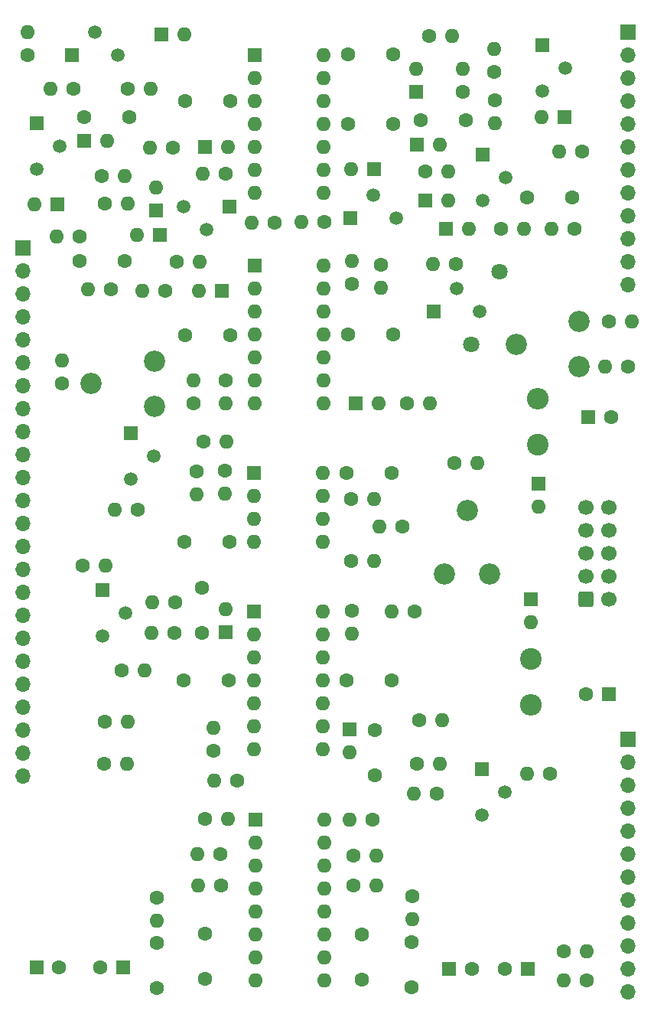
<source format=gbr>
%TF.GenerationSoftware,KiCad,Pcbnew,7.0.1-0*%
%TF.CreationDate,2024-01-26T10:08:16+13:00*%
%TF.ProjectId,MOL,4d4f4c2e-6b69-4636-9164-5f7063625858,rev?*%
%TF.SameCoordinates,Original*%
%TF.FileFunction,Soldermask,Bot*%
%TF.FilePolarity,Negative*%
%FSLAX46Y46*%
G04 Gerber Fmt 4.6, Leading zero omitted, Abs format (unit mm)*
G04 Created by KiCad (PCBNEW 7.0.1-0) date 2024-01-26 10:08:16*
%MOMM*%
%LPD*%
G01*
G04 APERTURE LIST*
G04 Aperture macros list*
%AMRoundRect*
0 Rectangle with rounded corners*
0 $1 Rounding radius*
0 $2 $3 $4 $5 $6 $7 $8 $9 X,Y pos of 4 corners*
0 Add a 4 corners polygon primitive as box body*
4,1,4,$2,$3,$4,$5,$6,$7,$8,$9,$2,$3,0*
0 Add four circle primitives for the rounded corners*
1,1,$1+$1,$2,$3*
1,1,$1+$1,$4,$5*
1,1,$1+$1,$6,$7*
1,1,$1+$1,$8,$9*
0 Add four rect primitives between the rounded corners*
20,1,$1+$1,$2,$3,$4,$5,0*
20,1,$1+$1,$4,$5,$6,$7,0*
20,1,$1+$1,$6,$7,$8,$9,0*
20,1,$1+$1,$8,$9,$2,$3,0*%
G04 Aperture macros list end*
%ADD10C,1.500000*%
%ADD11R,1.500000X1.500000*%
%ADD12O,1.600000X1.600000*%
%ADD13R,1.600000X1.600000*%
%ADD14C,1.600000*%
%ADD15O,2.400000X2.400000*%
%ADD16C,2.400000*%
%ADD17C,2.340000*%
%ADD18O,1.700000X1.700000*%
%ADD19R,1.700000X1.700000*%
%ADD20C,1.700000*%
%ADD21RoundRect,0.250000X-0.600000X-0.600000X0.600000X-0.600000X0.600000X0.600000X-0.600000X0.600000X0*%
%ADD22C,1.800000*%
G04 APERTURE END LIST*
D10*
%TO.C,Q8*%
X74005000Y-123615000D03*
X76545000Y-121075000D03*
D11*
X74005000Y-118535000D03*
%TD*%
D12*
%TO.C,D10*%
X59535686Y-52175000D03*
D13*
X62075686Y-52175000D03*
%TD*%
D10*
%TO.C,Q1*%
X33740000Y-39520000D03*
X31200000Y-36980000D03*
D11*
X28660000Y-39520000D03*
%TD*%
D12*
%TO.C,R33*%
X32345000Y-96000000D03*
D14*
X29805000Y-96000000D03*
%TD*%
%TO.C,C21*%
X43025000Y-98450000D03*
X43025000Y-103450000D03*
%TD*%
D12*
%TO.C,R17*%
X71925000Y-41060000D03*
D14*
X71925000Y-43600000D03*
%TD*%
%TO.C,C1*%
X34950000Y-46400000D03*
X29950000Y-46400000D03*
%TD*%
D12*
%TO.C,R48*%
X87605000Y-74050000D03*
D14*
X90145000Y-74050000D03*
%TD*%
D12*
%TO.C,U2*%
X56520000Y-62875000D03*
X56520000Y-65415000D03*
X56520000Y-67955000D03*
X56520000Y-70495000D03*
X56520000Y-73035000D03*
X56520000Y-75575000D03*
X56520000Y-78115000D03*
X48900000Y-78115000D03*
X48900000Y-75575000D03*
X48900000Y-73035000D03*
X48900000Y-70495000D03*
X48900000Y-67955000D03*
X48900000Y-65415000D03*
D13*
X48900000Y-62875000D03*
%TD*%
D12*
%TO.C,R25*%
X62875000Y-65320000D03*
D14*
X62875000Y-62780000D03*
%TD*%
D12*
%TO.C,R20*%
X48530000Y-58100000D03*
D14*
X51070000Y-58100000D03*
%TD*%
D12*
%TO.C,D12*%
X66750000Y-41085686D03*
D13*
X66750000Y-43625686D03*
%TD*%
D12*
%TO.C,U3*%
X56550000Y-124100000D03*
X56550000Y-126640000D03*
X56550000Y-129180000D03*
X56550000Y-131720000D03*
X56550000Y-134260000D03*
X56550000Y-136800000D03*
X56550000Y-139340000D03*
X56550000Y-141880000D03*
X48930000Y-141880000D03*
X48930000Y-139340000D03*
X48930000Y-136800000D03*
X48930000Y-134260000D03*
X48930000Y-131720000D03*
X48930000Y-129180000D03*
X48930000Y-126640000D03*
D13*
X48930000Y-124100000D03*
%TD*%
D12*
%TO.C,R8*%
X37255000Y-49825000D03*
D14*
X39795000Y-49825000D03*
%TD*%
D12*
%TO.C,R62*%
X78670000Y-58775000D03*
D14*
X76130000Y-58775000D03*
%TD*%
D12*
%TO.C,D13*%
X45675000Y-100885685D03*
D13*
X45675000Y-103425685D03*
%TD*%
D14*
%TO.C,C13*%
X41000000Y-108750000D03*
X46000000Y-108750000D03*
%TD*%
D12*
%TO.C,R23*%
X34745000Y-118000000D03*
D14*
X32205000Y-118000000D03*
%TD*%
%TO.C,C3*%
X41175000Y-70525000D03*
X46175000Y-70525000D03*
%TD*%
D12*
%TO.C,U4*%
X56370000Y-101150000D03*
X56370000Y-103690000D03*
X56370000Y-106230000D03*
X56370000Y-108770000D03*
X56370000Y-111310000D03*
X56370000Y-113850000D03*
X56370000Y-116390000D03*
X48750000Y-116390000D03*
X48750000Y-113850000D03*
X48750000Y-111310000D03*
X48750000Y-108770000D03*
X48750000Y-106230000D03*
X48750000Y-103690000D03*
D13*
X48750000Y-101150000D03*
%TD*%
D12*
%TO.C,R24*%
X59650000Y-62330000D03*
D14*
X59650000Y-64870000D03*
%TD*%
D10*
%TO.C,Q5*%
X74105000Y-55665000D03*
X76645000Y-53125000D03*
D11*
X74105000Y-50585000D03*
%TD*%
D12*
%TO.C,R43*%
X59625000Y-103595000D03*
D14*
X59625000Y-101055000D03*
%TD*%
D12*
%TO.C,D11*%
X62564315Y-78075000D03*
D13*
X60024315Y-78075000D03*
%TD*%
D12*
%TO.C,R51*%
X83065000Y-141890000D03*
D14*
X85605000Y-141890000D03*
%TD*%
%TO.C,C25*%
X64200000Y-39500000D03*
X59200000Y-39500000D03*
%TD*%
%TO.C,C17*%
X64050000Y-85800000D03*
X59050000Y-85800000D03*
%TD*%
D12*
%TO.C,R16*%
X75425000Y-47120000D03*
D14*
X75425000Y-44580000D03*
%TD*%
D15*
%TO.C,FB1*%
X80200000Y-77585000D03*
D16*
X80200000Y-82665000D03*
%TD*%
D12*
%TO.C,D4*%
X80635000Y-46400000D03*
D13*
X83175000Y-46400000D03*
%TD*%
D12*
%TO.C,R52*%
X62660000Y-91725000D03*
D14*
X65200000Y-91725000D03*
%TD*%
D12*
%TO.C,R7*%
X43105000Y-52650000D03*
D14*
X45645000Y-52650000D03*
%TD*%
D12*
%TO.C,R2*%
X82605000Y-50200000D03*
D14*
X85145000Y-50200000D03*
%TD*%
D12*
%TO.C,R13*%
X45675000Y-78070000D03*
D14*
X45675000Y-75530000D03*
%TD*%
D17*
%TO.C,REF_ADJ_A1*%
X84800000Y-74050000D03*
X77800000Y-71550000D03*
X84800000Y-69050000D03*
%TD*%
D12*
%TO.C,R46*%
X42425000Y-88145000D03*
D14*
X42425000Y-85605000D03*
%TD*%
D12*
%TO.C,R11*%
X36435000Y-65650000D03*
D14*
X38975000Y-65650000D03*
%TD*%
D12*
%TO.C,R30*%
X44355000Y-119800000D03*
D14*
X46895000Y-119800000D03*
%TD*%
D12*
%TO.C,D1*%
X80300000Y-89491814D03*
D13*
X80300000Y-86951814D03*
%TD*%
D12*
%TO.C,D18*%
X70314315Y-55675000D03*
D13*
X67774315Y-55675000D03*
%TD*%
D12*
%TO.C,D15*%
X37925000Y-54185686D03*
D13*
X37925000Y-56725686D03*
%TD*%
D14*
%TO.C,C16*%
X43400000Y-136770000D03*
X43400000Y-141770000D03*
%TD*%
D12*
%TO.C,R9*%
X30435000Y-65450000D03*
D14*
X32975000Y-65450000D03*
%TD*%
%TO.C,C8*%
X67250000Y-46775000D03*
X72250000Y-46775000D03*
%TD*%
D12*
%TO.C,R40*%
X66455000Y-121250000D03*
D14*
X68995000Y-121250000D03*
%TD*%
%TO.C,C2*%
X41150000Y-44600000D03*
X46150000Y-44600000D03*
%TD*%
D12*
%TO.C,U1*%
X56520000Y-39525000D03*
X56520000Y-42065000D03*
X56520000Y-44605000D03*
X56520000Y-47145000D03*
X56520000Y-49685000D03*
X56520000Y-52225000D03*
X56520000Y-54765000D03*
X48900000Y-54765000D03*
X48900000Y-52225000D03*
X48900000Y-49685000D03*
X48900000Y-47145000D03*
X48900000Y-44605000D03*
X48900000Y-42065000D03*
D13*
X48900000Y-39525000D03*
%TD*%
D10*
%TO.C,Q9*%
X35180000Y-86465000D03*
X37720000Y-83925000D03*
D11*
X35180000Y-81385000D03*
%TD*%
D12*
%TO.C,D8*%
X42710686Y-65625000D03*
D13*
X45250686Y-65625000D03*
%TD*%
D12*
%TO.C,R53*%
X62045000Y-95550000D03*
D14*
X59505000Y-95550000D03*
%TD*%
D12*
%TO.C,U5*%
X56370000Y-85800000D03*
X56370000Y-88340000D03*
X56370000Y-90880000D03*
X56370000Y-93420000D03*
X48750000Y-93420000D03*
X48750000Y-90880000D03*
X48750000Y-88340000D03*
D13*
X48750000Y-85800000D03*
%TD*%
D12*
%TO.C,R32*%
X45920000Y-124075000D03*
D14*
X43380000Y-124075000D03*
%TD*%
D12*
%TO.C,R21*%
X68295000Y-78075000D03*
D14*
X65755000Y-78075000D03*
%TD*%
%TO.C,C10*%
X31805113Y-140525000D03*
D13*
X34305113Y-140525000D03*
%TD*%
D14*
%TO.C,C15*%
X60750000Y-141820000D03*
X60750000Y-136820000D03*
%TD*%
D12*
%TO.C,R44*%
X64055000Y-101075000D03*
D14*
X66595000Y-101075000D03*
%TD*%
D12*
%TO.C,D17*%
X72589315Y-58775000D03*
D13*
X70049315Y-58775000D03*
%TD*%
D14*
%TO.C,C23*%
X72875000Y-140625000D03*
D13*
X70375000Y-140625000D03*
%TD*%
D14*
%TO.C,C5*%
X27205113Y-140450000D03*
D13*
X24705113Y-140450000D03*
%TD*%
D12*
%TO.C,R38*%
X62345000Y-131425000D03*
D14*
X59805000Y-131425000D03*
%TD*%
D12*
%TO.C,R34*%
X36670000Y-107625000D03*
D14*
X34130000Y-107625000D03*
%TD*%
%TO.C,C7*%
X85550000Y-110225000D03*
D13*
X88050000Y-110225000D03*
%TD*%
D12*
%TO.C,R63*%
X37485000Y-100075000D03*
D14*
X40025000Y-100075000D03*
%TD*%
D12*
%TO.C,R35*%
X37430000Y-103500000D03*
D14*
X39970000Y-103500000D03*
%TD*%
D10*
%TO.C,Q6*%
X64505000Y-57600000D03*
X61965000Y-55060000D03*
D11*
X59425000Y-57600000D03*
%TD*%
D12*
%TO.C,R18*%
X70270000Y-52425000D03*
D14*
X67730000Y-52425000D03*
%TD*%
D12*
%TO.C,D14*%
X59375000Y-116714315D03*
D13*
X59375000Y-114174315D03*
%TD*%
D14*
%TO.C,C24*%
X76575000Y-140650000D03*
D13*
X79075000Y-140650000D03*
%TD*%
D14*
%TO.C,C9*%
X64225000Y-47150000D03*
X59225000Y-47150000D03*
%TD*%
D10*
%TO.C,Q3*%
X24730000Y-52140000D03*
X27270000Y-49600000D03*
D11*
X24730000Y-47060000D03*
%TD*%
D10*
%TO.C,Q7*%
X32055000Y-103815000D03*
X34595000Y-101275000D03*
D11*
X32055000Y-98735000D03*
%TD*%
D12*
%TO.C,R12*%
X27525000Y-73310000D03*
D14*
X27525000Y-75850000D03*
%TD*%
D12*
%TO.C,R1*%
X23725000Y-37005000D03*
D14*
X23725000Y-39545000D03*
%TD*%
D12*
%TO.C,R15*%
X75375000Y-38880000D03*
D14*
X75375000Y-41420000D03*
%TD*%
D12*
%TO.C,R42*%
X79010000Y-119050000D03*
D14*
X81550000Y-119050000D03*
%TD*%
D12*
%TO.C,D6*%
X45889315Y-49700000D03*
D13*
X43349315Y-49700000D03*
%TD*%
D12*
%TO.C,R41*%
X59330000Y-124100000D03*
D14*
X61870000Y-124100000D03*
%TD*%
D12*
%TO.C,R50*%
X85600000Y-138675000D03*
D14*
X83060000Y-138675000D03*
%TD*%
D12*
%TO.C,R60*%
X26935000Y-59610000D03*
D14*
X29475000Y-59610000D03*
%TD*%
D12*
%TO.C,R22*%
X70705000Y-37470000D03*
D14*
X68165000Y-37470000D03*
%TD*%
D12*
%TO.C,R49*%
X90595000Y-69050000D03*
D14*
X88055000Y-69050000D03*
%TD*%
%TO.C,C18*%
X46050000Y-93400000D03*
X41050000Y-93400000D03*
%TD*%
D12*
%TO.C,R68*%
X69370000Y-118000000D03*
D14*
X66830000Y-118000000D03*
%TD*%
D15*
%TO.C,FB2*%
X79400000Y-111455000D03*
D16*
X79400000Y-106375000D03*
%TD*%
D10*
%TO.C,Q2*%
X41010000Y-56330000D03*
X43550000Y-58870000D03*
D11*
X46090000Y-56330000D03*
%TD*%
D12*
%TO.C,R10*%
X34820000Y-113325000D03*
D14*
X32280000Y-113325000D03*
%TD*%
D12*
%TO.C,R14*%
X42075000Y-75585000D03*
D14*
X42075000Y-78125000D03*
%TD*%
D18*
%TO.C,J27*%
X90150000Y-143200000D03*
X90150000Y-140660000D03*
X90150000Y-138120000D03*
X90150000Y-135580000D03*
X90150000Y-133040000D03*
X90150000Y-130500000D03*
X90150000Y-127960000D03*
X90150000Y-125420000D03*
X90150000Y-122880000D03*
X90150000Y-120340000D03*
X90150000Y-117800000D03*
D19*
X90150000Y-115260000D03*
%TD*%
D14*
%TO.C,C19*%
X29450000Y-62350000D03*
X34450000Y-62350000D03*
%TD*%
D12*
%TO.C,R57*%
X68630000Y-62650000D03*
D14*
X71170000Y-62650000D03*
%TD*%
D12*
%TO.C,R47*%
X33415000Y-89870000D03*
D14*
X35955000Y-89870000D03*
%TD*%
D12*
%TO.C,R37*%
X62315000Y-128100000D03*
D14*
X59775000Y-128100000D03*
%TD*%
D12*
%TO.C,D3*%
X41089315Y-37260000D03*
D13*
X38549315Y-37260000D03*
%TD*%
D14*
%TO.C,C22*%
X62125000Y-119225000D03*
X62125000Y-114225000D03*
%TD*%
%TO.C,C14*%
X59050000Y-108750000D03*
X64050000Y-108750000D03*
%TD*%
D12*
%TO.C,D2*%
X79400000Y-102265000D03*
D13*
X79400000Y-99725000D03*
%TD*%
D12*
%TO.C,R26*%
X73470000Y-84700000D03*
D14*
X70930000Y-84700000D03*
%TD*%
D12*
%TO.C,R28*%
X42585000Y-131425000D03*
D14*
X45125000Y-131425000D03*
%TD*%
D12*
%TO.C,R55*%
X45715000Y-82325000D03*
D14*
X43175000Y-82325000D03*
%TD*%
D10*
%TO.C,Q4*%
X80730000Y-43515000D03*
X83270000Y-40975000D03*
D11*
X80730000Y-38435000D03*
%TD*%
D14*
%TO.C,C11*%
X38025000Y-137775000D03*
X38025000Y-142775000D03*
%TD*%
D12*
%TO.C,R4*%
X26235000Y-43275000D03*
D14*
X28775000Y-43275000D03*
%TD*%
D18*
%TO.C,J25*%
X90150000Y-64940000D03*
X90150000Y-62400000D03*
X90150000Y-59860000D03*
X90150000Y-57320000D03*
X90150000Y-54780000D03*
X90150000Y-52240000D03*
X90150000Y-49700000D03*
X90150000Y-47160000D03*
X90150000Y-44620000D03*
X90150000Y-42080000D03*
X90150000Y-39540000D03*
D19*
X90150000Y-37000000D03*
%TD*%
D12*
%TO.C,R36*%
X66325000Y-135170000D03*
D14*
X66325000Y-132630000D03*
%TD*%
%TO.C,C12*%
X66225000Y-137700000D03*
X66225000Y-142700000D03*
%TD*%
D12*
%TO.C,R5*%
X34445000Y-52920000D03*
D14*
X31905000Y-52920000D03*
%TD*%
%TO.C,C6*%
X88294888Y-79575000D03*
D13*
X85794888Y-79575000D03*
%TD*%
D17*
%TO.C,Offset_A1*%
X37750000Y-78395000D03*
X30750000Y-75895000D03*
X37750000Y-73395000D03*
%TD*%
D12*
%TO.C,D7*%
X32564315Y-49075000D03*
D13*
X30024315Y-49075000D03*
%TD*%
D14*
%TO.C,C4*%
X59200000Y-70500000D03*
X64200000Y-70500000D03*
%TD*%
D12*
%TO.C,R54*%
X62070000Y-88625000D03*
D14*
X59530000Y-88625000D03*
%TD*%
D17*
%TO.C,Offset_B1*%
X69880000Y-96975000D03*
X72380000Y-89975000D03*
X74880000Y-96975000D03*
%TD*%
D12*
%TO.C,D9*%
X69339314Y-49450000D03*
D13*
X66799314Y-49450000D03*
%TD*%
D12*
%TO.C,R27*%
X38025000Y-135345000D03*
D14*
X38025000Y-132805000D03*
%TD*%
D12*
%TO.C,R39*%
X69595000Y-113125000D03*
D14*
X67055000Y-113125000D03*
%TD*%
D12*
%TO.C,R45*%
X45550000Y-88095000D03*
D14*
X45550000Y-85555000D03*
%TD*%
D12*
%TO.C,R19*%
X54065000Y-58050000D03*
D14*
X56605000Y-58050000D03*
%TD*%
D12*
%TO.C,R31*%
X44275000Y-113955000D03*
D14*
X44275000Y-116495000D03*
%TD*%
D12*
%TO.C,R61*%
X81735000Y-58775000D03*
D14*
X84275000Y-58775000D03*
%TD*%
D12*
%TO.C,R59*%
X42745000Y-62450000D03*
D14*
X40205000Y-62450000D03*
%TD*%
D10*
%TO.C,Q10*%
X73740000Y-67920000D03*
X71200000Y-65380000D03*
D11*
X68660000Y-67920000D03*
%TD*%
D12*
%TO.C,D16*%
X35810000Y-59475000D03*
D13*
X38350000Y-59475000D03*
%TD*%
D12*
%TO.C,R6*%
X34795000Y-55975000D03*
D14*
X32255000Y-55975000D03*
%TD*%
D12*
%TO.C,R3*%
X37320000Y-43325000D03*
D14*
X34780000Y-43325000D03*
%TD*%
D12*
%TO.C,R29*%
X42485000Y-127975000D03*
D14*
X45025000Y-127975000D03*
%TD*%
D18*
%TO.C,J23*%
X23250000Y-119300000D03*
X23250000Y-116760000D03*
X23250000Y-114220000D03*
X23250000Y-111680000D03*
X23250000Y-109140000D03*
X23250000Y-106600000D03*
X23250000Y-104060000D03*
X23250000Y-101520000D03*
X23250000Y-98980000D03*
X23250000Y-96440000D03*
X23250000Y-93900000D03*
X23250000Y-91360000D03*
X23250000Y-88820000D03*
X23250000Y-86280000D03*
X23250000Y-83740000D03*
X23250000Y-81200000D03*
X23250000Y-78660000D03*
X23250000Y-76120000D03*
X23250000Y-73580000D03*
X23250000Y-71040000D03*
X23250000Y-68500000D03*
X23250000Y-65960000D03*
X23250000Y-63420000D03*
D19*
X23250000Y-60880000D03*
%TD*%
D12*
%TO.C,D5*%
X24510686Y-56100000D03*
D13*
X27050686Y-56100000D03*
%TD*%
D14*
%TO.C,C20*%
X79000000Y-55325000D03*
X84000000Y-55325000D03*
%TD*%
D20*
%TO.C,J1*%
X88050000Y-89565000D03*
X85510000Y-89565000D03*
X88050000Y-92105000D03*
X85510000Y-92105000D03*
X88050000Y-94645000D03*
X85510000Y-94645000D03*
X88050000Y-97185000D03*
X85510000Y-97185000D03*
X88050000Y-99725000D03*
D21*
X85510000Y-99725000D03*
%TD*%
D22*
%TO.C,TP1-(5v)1*%
X72800000Y-71550000D03*
%TD*%
%TO.C,TP1-(GND)1*%
X75960000Y-63530000D03*
%TD*%
M02*

</source>
